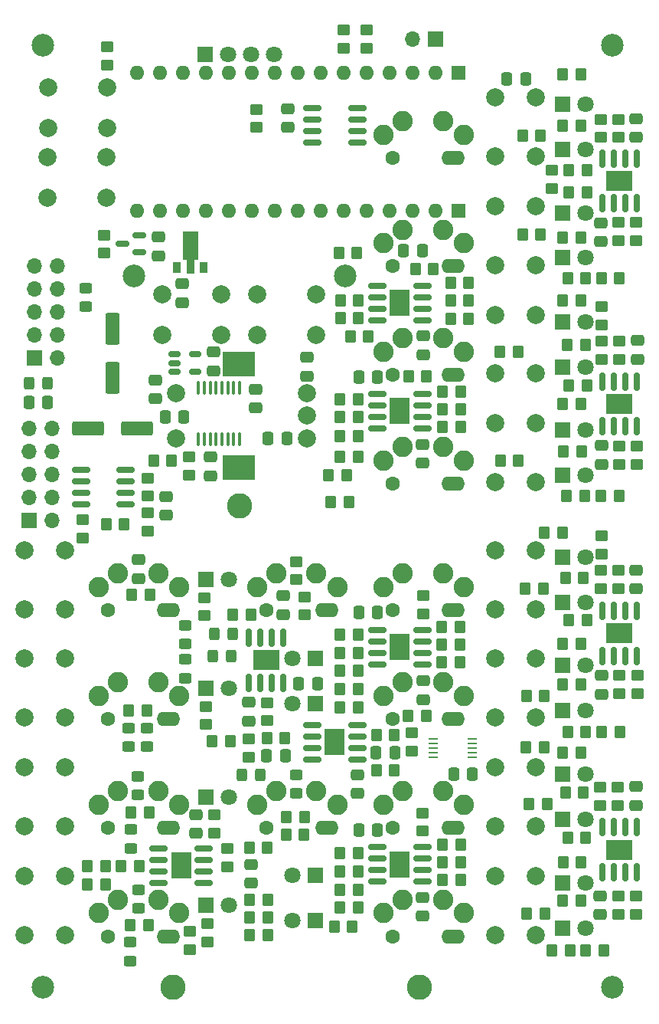
<source format=gbr>
%TF.GenerationSoftware,KiCad,Pcbnew,(6.0.1)*%
%TF.CreationDate,2022-08-04T18:13:32-07:00*%
%TF.ProjectId,main_board,6d61696e-5f62-46f6-9172-642e6b696361,2.1*%
%TF.SameCoordinates,Original*%
%TF.FileFunction,Soldermask,Bot*%
%TF.FilePolarity,Negative*%
%FSLAX46Y46*%
G04 Gerber Fmt 4.6, Leading zero omitted, Abs format (unit mm)*
G04 Created by KiCad (PCBNEW (6.0.1)) date 2022-08-04 18:13:32*
%MOMM*%
%LPD*%
G01*
G04 APERTURE LIST*
G04 Aperture macros list*
%AMRoundRect*
0 Rectangle with rounded corners*
0 $1 Rounding radius*
0 $2 $3 $4 $5 $6 $7 $8 $9 X,Y pos of 4 corners*
0 Add a 4 corners polygon primitive as box body*
4,1,4,$2,$3,$4,$5,$6,$7,$8,$9,$2,$3,0*
0 Add four circle primitives for the rounded corners*
1,1,$1+$1,$2,$3*
1,1,$1+$1,$4,$5*
1,1,$1+$1,$6,$7*
1,1,$1+$1,$8,$9*
0 Add four rect primitives between the rounded corners*
20,1,$1+$1,$2,$3,$4,$5,0*
20,1,$1+$1,$4,$5,$6,$7,0*
20,1,$1+$1,$6,$7,$8,$9,0*
20,1,$1+$1,$8,$9,$2,$3,0*%
%AMFreePoly0*
4,1,9,3.862500,-0.866500,0.737500,-0.866500,0.737500,-0.450000,-0.737500,-0.450000,-0.737500,0.450000,0.737500,0.450000,0.737500,0.866500,3.862500,0.866500,3.862500,-0.866500,3.862500,-0.866500,$1*%
G04 Aperture macros list end*
%ADD10C,2.800000*%
%ADD11R,1.800000X1.800000*%
%ADD12C,1.800000*%
%ADD13C,2.000000*%
%ADD14C,2.250000*%
%ADD15O,2.600000X1.600000*%
%ADD16C,1.600000*%
%ADD17C,2.500000*%
%ADD18R,3.600000X2.800000*%
%ADD19RoundRect,0.250000X-0.350000X-0.450000X0.350000X-0.450000X0.350000X0.450000X-0.350000X0.450000X0*%
%ADD20RoundRect,0.250000X0.450000X-0.350000X0.450000X0.350000X-0.450000X0.350000X-0.450000X-0.350000X0*%
%ADD21RoundRect,0.250000X0.350000X0.450000X-0.350000X0.450000X-0.350000X-0.450000X0.350000X-0.450000X0*%
%ADD22RoundRect,0.250000X0.475000X-0.337500X0.475000X0.337500X-0.475000X0.337500X-0.475000X-0.337500X0*%
%ADD23RoundRect,0.250000X0.450000X-0.325000X0.450000X0.325000X-0.450000X0.325000X-0.450000X-0.325000X0*%
%ADD24RoundRect,0.250000X-0.475000X0.337500X-0.475000X-0.337500X0.475000X-0.337500X0.475000X0.337500X0*%
%ADD25RoundRect,0.150000X-0.825000X-0.150000X0.825000X-0.150000X0.825000X0.150000X-0.825000X0.150000X0*%
%ADD26R,2.290000X3.000000*%
%ADD27RoundRect,0.250000X-0.450000X0.350000X-0.450000X-0.350000X0.450000X-0.350000X0.450000X0.350000X0*%
%ADD28RoundRect,0.150000X0.825000X0.150000X-0.825000X0.150000X-0.825000X-0.150000X0.825000X-0.150000X0*%
%ADD29R,1.100000X0.250000*%
%ADD30RoundRect,0.250000X0.325000X0.450000X-0.325000X0.450000X-0.325000X-0.450000X0.325000X-0.450000X0*%
%ADD31RoundRect,0.250000X-0.450000X0.325000X-0.450000X-0.325000X0.450000X-0.325000X0.450000X0.325000X0*%
%ADD32RoundRect,0.150000X-0.150000X0.825000X-0.150000X-0.825000X0.150000X-0.825000X0.150000X0.825000X0*%
%ADD33R,3.000000X2.290000*%
%ADD34RoundRect,0.250000X-0.337500X-0.475000X0.337500X-0.475000X0.337500X0.475000X-0.337500X0.475000X0*%
%ADD35RoundRect,0.250000X0.337500X0.475000X-0.337500X0.475000X-0.337500X-0.475000X0.337500X-0.475000X0*%
%ADD36R,1.700000X1.700000*%
%ADD37O,1.700000X1.700000*%
%ADD38RoundRect,0.250000X-0.550000X1.500000X-0.550000X-1.500000X0.550000X-1.500000X0.550000X1.500000X0*%
%ADD39RoundRect,0.100000X0.100000X-0.637500X0.100000X0.637500X-0.100000X0.637500X-0.100000X-0.637500X0*%
%ADD40R,1.600000X1.600000*%
%ADD41O,1.600000X1.600000*%
%ADD42RoundRect,0.150000X0.150000X-0.825000X0.150000X0.825000X-0.150000X0.825000X-0.150000X-0.825000X0*%
%ADD43RoundRect,0.250000X-0.325000X-0.450000X0.325000X-0.450000X0.325000X0.450000X-0.325000X0.450000X0*%
%ADD44RoundRect,0.150000X-0.512500X-0.150000X0.512500X-0.150000X0.512500X0.150000X-0.512500X0.150000X0*%
%ADD45R,0.900000X1.300000*%
%ADD46FreePoly0,90.000000*%
%ADD47RoundRect,0.150000X0.587500X0.150000X-0.587500X0.150000X-0.587500X-0.150000X0.587500X-0.150000X0*%
%ADD48RoundRect,0.250000X-1.500000X-0.550000X1.500000X-0.550000X1.500000X0.550000X-1.500000X0.550000X0*%
G04 APERTURE END LIST*
D10*
X75800000Y-103900000D03*
D11*
X111500000Y-88520000D03*
D12*
X114040000Y-88520000D03*
D11*
X111500000Y-138500000D03*
D12*
X114040000Y-138500000D03*
D11*
X111500000Y-121500000D03*
D12*
X114040000Y-121500000D03*
D13*
X104000000Y-139250000D03*
X104000000Y-132750000D03*
X108500000Y-139250000D03*
X108500000Y-132750000D03*
D11*
X84140000Y-125700000D03*
D12*
X81600000Y-125700000D03*
D13*
X104000000Y-151250000D03*
X104000000Y-144750000D03*
X108500000Y-144750000D03*
X108500000Y-151250000D03*
D14*
X91670000Y-148850000D03*
X100570000Y-148850000D03*
X93820000Y-147350000D03*
X98270000Y-147350000D03*
D15*
X99410000Y-151400000D03*
D16*
X92730000Y-151400000D03*
D13*
X104000000Y-58750000D03*
X104000000Y-65250000D03*
X108500000Y-65250000D03*
X108500000Y-58750000D03*
D11*
X111500000Y-100500000D03*
D12*
X114040000Y-100500000D03*
D11*
X111500000Y-59500000D03*
D12*
X114040000Y-59500000D03*
D13*
X104000000Y-127250000D03*
X104000000Y-120750000D03*
X108500000Y-127250000D03*
X108500000Y-120750000D03*
D11*
X111500000Y-145500000D03*
D12*
X114040000Y-145500000D03*
D13*
X61100000Y-62100000D03*
X54600000Y-62100000D03*
X54600000Y-57600000D03*
X61100000Y-57600000D03*
D17*
X117000000Y-53000000D03*
D11*
X111500000Y-71500000D03*
D12*
X114040000Y-71500000D03*
D14*
X91670000Y-62850000D03*
X100570000Y-62850000D03*
X93820000Y-61350000D03*
X98270000Y-61350000D03*
D15*
X99410000Y-65400000D03*
D16*
X92730000Y-65400000D03*
D13*
X104000000Y-82750000D03*
X104000000Y-89250000D03*
X108500000Y-82750000D03*
X108500000Y-89250000D03*
D14*
X77670000Y-112850000D03*
X86570000Y-112850000D03*
X79820000Y-111350000D03*
X84270000Y-111350000D03*
D15*
X85410000Y-115400000D03*
D16*
X78730000Y-115400000D03*
D13*
X61050000Y-69800000D03*
X54550000Y-69800000D03*
X54550000Y-65300000D03*
X61050000Y-65300000D03*
X52000000Y-144750000D03*
X52000000Y-151250000D03*
X56500000Y-144750000D03*
X56500000Y-151250000D03*
X68700000Y-96400000D03*
X68700000Y-91400000D03*
D18*
X75700000Y-99600000D03*
X75700000Y-88200000D03*
D13*
X83200000Y-96400000D03*
X83200000Y-91400000D03*
X83200000Y-93900000D03*
D11*
X72000000Y-112000000D03*
D12*
X74540000Y-112000000D03*
D13*
X104000000Y-108750000D03*
X104000000Y-115250000D03*
X108500000Y-108750000D03*
X108500000Y-115250000D03*
X52000000Y-108750000D03*
X52000000Y-115250000D03*
X56500000Y-115250000D03*
X56500000Y-108750000D03*
D11*
X84140000Y-144700000D03*
D12*
X81600000Y-144700000D03*
D11*
X111500000Y-64500000D03*
D12*
X114040000Y-64500000D03*
D14*
X77670000Y-136850000D03*
X86570000Y-136850000D03*
X79820000Y-135350000D03*
X84270000Y-135350000D03*
D15*
X85410000Y-139400000D03*
D16*
X78730000Y-139400000D03*
D11*
X84140000Y-120700000D03*
D12*
X81600000Y-120700000D03*
D13*
X52000000Y-132750000D03*
X52000000Y-139250000D03*
X56500000Y-139250000D03*
X56500000Y-132750000D03*
D17*
X54000000Y-53000000D03*
X64050000Y-78500000D03*
D14*
X91670000Y-112850000D03*
X100570000Y-112850000D03*
X93820000Y-111350000D03*
X98270000Y-111350000D03*
D15*
X99410000Y-115400000D03*
D16*
X92730000Y-115400000D03*
D11*
X72000000Y-136000000D03*
D12*
X74540000Y-136000000D03*
D11*
X111500000Y-133500000D03*
D12*
X114040000Y-133500000D03*
D11*
X84140000Y-149700000D03*
D12*
X81600000Y-149700000D03*
D17*
X117000000Y-157000000D03*
D11*
X72000000Y-124000000D03*
D12*
X74540000Y-124000000D03*
D14*
X60170000Y-112850000D03*
X69070000Y-112850000D03*
X62320000Y-111350000D03*
X66770000Y-111350000D03*
D15*
X67910000Y-115400000D03*
D16*
X61230000Y-115400000D03*
D11*
X111500000Y-95500000D03*
D12*
X114040000Y-95500000D03*
D14*
X60170000Y-124850000D03*
X69070000Y-124850000D03*
X62320000Y-123350000D03*
X66770000Y-123350000D03*
D15*
X67910000Y-127400000D03*
D16*
X61230000Y-127400000D03*
D14*
X60170000Y-136850000D03*
X69070000Y-136850000D03*
X62320000Y-135350000D03*
X66770000Y-135350000D03*
D15*
X67910000Y-139400000D03*
D16*
X61230000Y-139400000D03*
D14*
X91670000Y-136850000D03*
X100570000Y-136850000D03*
X93820000Y-135350000D03*
X98270000Y-135350000D03*
D15*
X99410000Y-139400000D03*
D16*
X92730000Y-139400000D03*
D17*
X54000000Y-157000000D03*
D11*
X111500000Y-150500000D03*
D12*
X114040000Y-150500000D03*
D11*
X111500000Y-126500000D03*
D12*
X114040000Y-126500000D03*
D13*
X104000000Y-94750000D03*
X104000000Y-101250000D03*
X108500000Y-94750000D03*
X108500000Y-101250000D03*
D17*
X87450000Y-78500000D03*
D11*
X111500000Y-83500000D03*
D12*
X114040000Y-83500000D03*
D11*
X111500000Y-76450000D03*
D12*
X114040000Y-76450000D03*
D14*
X91670000Y-86850000D03*
X100570000Y-86850000D03*
X93820000Y-85350000D03*
X98270000Y-85350000D03*
D15*
X99410000Y-89400000D03*
D16*
X92730000Y-89400000D03*
D13*
X104000000Y-70750000D03*
X104000000Y-77250000D03*
X108500000Y-70750000D03*
X108500000Y-77250000D03*
D14*
X91670000Y-124850000D03*
X100570000Y-124850000D03*
X93820000Y-123350000D03*
X98270000Y-123350000D03*
D15*
X99410000Y-127400000D03*
D16*
X92730000Y-127400000D03*
D14*
X91670000Y-98850000D03*
X100570000Y-98850000D03*
X93820000Y-97350000D03*
X98270000Y-97350000D03*
D15*
X99410000Y-101400000D03*
D16*
X92730000Y-101400000D03*
D11*
X111500000Y-114500000D03*
D12*
X114040000Y-114500000D03*
D14*
X60170000Y-148850000D03*
X69070000Y-148850000D03*
X62320000Y-147350000D03*
X66770000Y-147350000D03*
D15*
X67910000Y-151400000D03*
D16*
X61230000Y-151400000D03*
D11*
X71940000Y-54000000D03*
D12*
X74480000Y-54000000D03*
X77020000Y-54000000D03*
X79560000Y-54000000D03*
D13*
X52000000Y-120750000D03*
X52000000Y-127250000D03*
X56500000Y-120750000D03*
X56500000Y-127250000D03*
D14*
X91670000Y-74850000D03*
X100570000Y-74850000D03*
X93820000Y-73350000D03*
X98270000Y-73350000D03*
D15*
X99410000Y-77400000D03*
D16*
X92730000Y-77400000D03*
D11*
X111500000Y-109500000D03*
D12*
X114040000Y-109500000D03*
D11*
X72000000Y-148000000D03*
D12*
X74540000Y-148000000D03*
D13*
X77700000Y-80500000D03*
X84200000Y-80500000D03*
X77700000Y-85000000D03*
X84200000Y-85000000D03*
X73700000Y-80500000D03*
X67200000Y-80500000D03*
X67200000Y-85000000D03*
X73700000Y-85000000D03*
D19*
X104550000Y-86800000D03*
X106550000Y-86800000D03*
D20*
X110300000Y-68800000D03*
X110300000Y-66800000D03*
D19*
X98200000Y-91250000D03*
X100200000Y-91250000D03*
D21*
X113550000Y-143250000D03*
X111550000Y-143250000D03*
X88850000Y-122100000D03*
X86850000Y-122100000D03*
D22*
X83200000Y-89537500D03*
X83200000Y-87462500D03*
X80600000Y-115875000D03*
X80600000Y-113800000D03*
D21*
X88900000Y-83150000D03*
X86900000Y-83150000D03*
D19*
X66250000Y-98850000D03*
X68250000Y-98850000D03*
D21*
X114200000Y-90550000D03*
X112200000Y-90550000D03*
D23*
X63750000Y-141675000D03*
X63750000Y-139625000D03*
D19*
X98150000Y-119200000D03*
X100150000Y-119200000D03*
D24*
X69400000Y-79312500D03*
X69400000Y-81387500D03*
D25*
X91025000Y-95305000D03*
X91025000Y-94035000D03*
X91025000Y-92765000D03*
X91025000Y-91495000D03*
X95975000Y-91495000D03*
X95975000Y-92765000D03*
X95975000Y-94035000D03*
X95975000Y-95305000D03*
D26*
X93500000Y-93400000D03*
D27*
X117750000Y-97250000D03*
X117750000Y-99250000D03*
D19*
X111950000Y-102800000D03*
X113950000Y-102800000D03*
D21*
X88850000Y-144250000D03*
X86850000Y-144250000D03*
D28*
X88775000Y-59895000D03*
X88775000Y-61165000D03*
X88775000Y-62435000D03*
X88775000Y-63705000D03*
X83825000Y-63705000D03*
X83825000Y-62435000D03*
X83825000Y-61165000D03*
X83825000Y-59895000D03*
D21*
X88850000Y-96150000D03*
X86850000Y-96150000D03*
D24*
X81100000Y-59975000D03*
X81100000Y-62050000D03*
D19*
X80900000Y-140200000D03*
X82900000Y-140200000D03*
D21*
X78850000Y-141650000D03*
X76850000Y-141650000D03*
D19*
X112200000Y-69250000D03*
X114200000Y-69250000D03*
D20*
X96050000Y-115800000D03*
X96050000Y-113800000D03*
D21*
X82925000Y-138250000D03*
X80925000Y-138250000D03*
D19*
X98200000Y-145150000D03*
X100200000Y-145150000D03*
X98200000Y-93200000D03*
X100200000Y-93200000D03*
D21*
X109450000Y-130550000D03*
X107450000Y-130550000D03*
D24*
X96000000Y-147112500D03*
X96000000Y-149187500D03*
D27*
X119650000Y-146950000D03*
X119650000Y-148950000D03*
D19*
X111500000Y-56200000D03*
X113500000Y-56200000D03*
D29*
X97175000Y-131600000D03*
X97175000Y-131100000D03*
X97175000Y-130600000D03*
X97175000Y-130100000D03*
X97175000Y-129600000D03*
X101475000Y-129600000D03*
X101475000Y-130100000D03*
X101475000Y-130600000D03*
X101475000Y-131100000D03*
X101475000Y-131600000D03*
D27*
X61100000Y-53150000D03*
X61100000Y-55150000D03*
D19*
X111800000Y-111850000D03*
X113800000Y-111850000D03*
D25*
X91025000Y-145355000D03*
X91025000Y-144085000D03*
X91025000Y-142815000D03*
X91025000Y-141545000D03*
X95975000Y-141545000D03*
X95975000Y-142815000D03*
X95975000Y-144085000D03*
X95975000Y-145355000D03*
D26*
X93500000Y-143450000D03*
D19*
X98150000Y-117250000D03*
X100150000Y-117250000D03*
D21*
X113500000Y-119100000D03*
X111500000Y-119100000D03*
D19*
X112000000Y-86050000D03*
X114000000Y-86050000D03*
D21*
X114200000Y-116500000D03*
X112200000Y-116500000D03*
D30*
X78075000Y-133550000D03*
X76025000Y-133550000D03*
D24*
X64550000Y-109812500D03*
X64550000Y-111887500D03*
D19*
X111500000Y-123600000D03*
X113500000Y-123600000D03*
D21*
X88850000Y-98400000D03*
X86850000Y-98400000D03*
D20*
X96000000Y-139800000D03*
X96000000Y-137800000D03*
D19*
X63750000Y-137700000D03*
X65750000Y-137700000D03*
X99100000Y-81200000D03*
X101100000Y-81200000D03*
D20*
X115700000Y-113000000D03*
X115700000Y-111000000D03*
D24*
X67650000Y-102812500D03*
X67650000Y-104887500D03*
D21*
X88850000Y-92050000D03*
X86850000Y-92050000D03*
D28*
X71775000Y-141670000D03*
X71775000Y-142940000D03*
X71775000Y-144210000D03*
X71775000Y-145480000D03*
X66825000Y-145480000D03*
X66825000Y-144210000D03*
X66825000Y-142940000D03*
X66825000Y-141670000D03*
D26*
X69300000Y-143575000D03*
D25*
X91025000Y-121355000D03*
X91025000Y-120085000D03*
X91025000Y-118815000D03*
X91025000Y-117545000D03*
X95975000Y-117545000D03*
X95975000Y-118815000D03*
X95975000Y-120085000D03*
X95975000Y-121355000D03*
D26*
X93500000Y-119450000D03*
D31*
X64550000Y-146275000D03*
X64550000Y-148325000D03*
D21*
X117800000Y-78700000D03*
X115800000Y-78700000D03*
D32*
X115895000Y-139375000D03*
X117165000Y-139375000D03*
X118435000Y-139375000D03*
X119705000Y-139375000D03*
X119705000Y-144325000D03*
X118435000Y-144325000D03*
X117165000Y-144325000D03*
X115895000Y-144325000D03*
D33*
X117800000Y-141850000D03*
D32*
X115895000Y-90125000D03*
X117165000Y-90125000D03*
X118435000Y-90125000D03*
X119705000Y-90125000D03*
X119705000Y-95075000D03*
X118435000Y-95075000D03*
X117165000Y-95075000D03*
X115895000Y-95075000D03*
D33*
X117800000Y-92600000D03*
D22*
X88800000Y-135637500D03*
X88800000Y-133562500D03*
D24*
X72850000Y-86862500D03*
X72850000Y-88937500D03*
D19*
X98200000Y-143200000D03*
X100200000Y-143200000D03*
D28*
X88775000Y-128045000D03*
X88775000Y-129315000D03*
X88775000Y-130585000D03*
X88775000Y-131855000D03*
X83825000Y-131855000D03*
X83825000Y-130585000D03*
X83825000Y-129315000D03*
X83825000Y-128045000D03*
D26*
X86300000Y-129950000D03*
D20*
X117650000Y-113000000D03*
X117650000Y-111000000D03*
D24*
X119625000Y-110937500D03*
X119625000Y-113012500D03*
D34*
X88962500Y-115650000D03*
X91037500Y-115650000D03*
D21*
X88850000Y-94050000D03*
X86850000Y-94050000D03*
D27*
X117650000Y-146950000D03*
X117650000Y-148950000D03*
D34*
X88962500Y-139650000D03*
X91037500Y-139650000D03*
D19*
X111500000Y-92600000D03*
X113500000Y-92600000D03*
D27*
X70250000Y-150850000D03*
X70250000Y-152850000D03*
D35*
X80987500Y-96400000D03*
X78912500Y-96400000D03*
D20*
X117650000Y-63150000D03*
X117650000Y-61150000D03*
D21*
X88900000Y-81150000D03*
X86900000Y-81150000D03*
D19*
X63850000Y-113700000D03*
X65850000Y-113700000D03*
X75000000Y-115875000D03*
X77000000Y-115875000D03*
X107350000Y-113000000D03*
X109350000Y-113000000D03*
D20*
X115850000Y-109200000D03*
X115850000Y-107200000D03*
D19*
X110300000Y-153000000D03*
X112300000Y-153000000D03*
D23*
X58750000Y-81850000D03*
X58750000Y-79800000D03*
D19*
X76900000Y-149325000D03*
X78900000Y-149325000D03*
D36*
X97475000Y-52300000D03*
D37*
X94935000Y-52300000D03*
D21*
X113800000Y-135500000D03*
X111800000Y-135500000D03*
D19*
X86850000Y-126100000D03*
X88850000Y-126100000D03*
D32*
X115895000Y-65475000D03*
X117165000Y-65475000D03*
X118435000Y-65475000D03*
X119705000Y-65475000D03*
X119705000Y-70425000D03*
X118435000Y-70425000D03*
X117165000Y-70425000D03*
X115895000Y-70425000D03*
D33*
X117800000Y-67950000D03*
D21*
X87850000Y-103450000D03*
X85850000Y-103450000D03*
D23*
X82050000Y-135625000D03*
X82050000Y-133575000D03*
D19*
X98200000Y-95150000D03*
X100200000Y-95150000D03*
D27*
X65600000Y-104650000D03*
X65600000Y-106650000D03*
D20*
X74400000Y-143700000D03*
X74400000Y-141700000D03*
D34*
X78762500Y-131500000D03*
X80837500Y-131500000D03*
D23*
X65550000Y-130475000D03*
X65550000Y-128425000D03*
D27*
X60775000Y-73950000D03*
X60775000Y-75950000D03*
D24*
X70950000Y-137937500D03*
X70950000Y-140012500D03*
D21*
X88850000Y-142250000D03*
X86850000Y-142250000D03*
X87600000Y-100450000D03*
X85600000Y-100450000D03*
D38*
X61750000Y-84325000D03*
X61750000Y-89725000D03*
D21*
X60950000Y-145650000D03*
X58950000Y-145650000D03*
X113500000Y-131150000D03*
X111500000Y-131150000D03*
D20*
X70200000Y-100450000D03*
X70200000Y-98450000D03*
X77650000Y-62075000D03*
X77650000Y-60075000D03*
D31*
X63650000Y-152075000D03*
X63650000Y-154125000D03*
D21*
X92900000Y-129200000D03*
X90900000Y-129200000D03*
D24*
X96050000Y-85062500D03*
X96050000Y-87137500D03*
D21*
X88850000Y-146250000D03*
X86850000Y-146250000D03*
D19*
X98150000Y-121150000D03*
X100150000Y-121150000D03*
D25*
X91025000Y-83355000D03*
X91025000Y-82085000D03*
X91025000Y-80815000D03*
X91025000Y-79545000D03*
X95975000Y-79545000D03*
X95975000Y-80815000D03*
X95975000Y-82085000D03*
X95975000Y-83355000D03*
D26*
X93500000Y-81450000D03*
D24*
X119750000Y-85587500D03*
X119750000Y-87662500D03*
D39*
X75775000Y-96512500D03*
X75125000Y-96512500D03*
X74475000Y-96512500D03*
X73825000Y-96512500D03*
X73175000Y-96512500D03*
X72525000Y-96512500D03*
X71875000Y-96512500D03*
X71225000Y-96512500D03*
X71225000Y-90787500D03*
X71875000Y-90787500D03*
X72525000Y-90787500D03*
X73175000Y-90787500D03*
X73825000Y-90787500D03*
X74475000Y-90787500D03*
X75125000Y-90787500D03*
X75775000Y-90787500D03*
D19*
X112050000Y-128800000D03*
X114050000Y-128800000D03*
X72750000Y-129875000D03*
X74750000Y-129875000D03*
D24*
X119650000Y-61087500D03*
X119650000Y-63162500D03*
D27*
X78800000Y-125600000D03*
X78800000Y-127600000D03*
D19*
X99100000Y-79200000D03*
X101100000Y-79200000D03*
X76875000Y-147375000D03*
X78875000Y-147375000D03*
D40*
X100000000Y-56060000D03*
D41*
X97460000Y-56060000D03*
X94920000Y-56060000D03*
X92380000Y-56060000D03*
X89840000Y-56060000D03*
X87300000Y-56060000D03*
X84760000Y-56060000D03*
X82220000Y-56060000D03*
X79680000Y-56060000D03*
X77140000Y-56060000D03*
X74600000Y-56060000D03*
X72060000Y-56060000D03*
X69520000Y-56060000D03*
X66980000Y-56060000D03*
X64440000Y-56060000D03*
D19*
X86250000Y-150350000D03*
X88250000Y-150350000D03*
D35*
X95987500Y-75700000D03*
X93912500Y-75700000D03*
D24*
X115675000Y-146937500D03*
X115675000Y-149012500D03*
D21*
X90000000Y-85150000D03*
X88000000Y-85150000D03*
D42*
X80605000Y-123375000D03*
X79335000Y-123375000D03*
X78065000Y-123375000D03*
X76795000Y-123375000D03*
X76795000Y-118425000D03*
X78065000Y-118425000D03*
X79335000Y-118425000D03*
X80605000Y-118425000D03*
D33*
X78700000Y-120900000D03*
D36*
X53100000Y-87500000D03*
D37*
X55640000Y-87500000D03*
X53100000Y-84960000D03*
X55640000Y-84960000D03*
X53100000Y-82420000D03*
X55640000Y-82420000D03*
X53100000Y-79880000D03*
X55640000Y-79880000D03*
X53100000Y-77340000D03*
X55640000Y-77340000D03*
D20*
X115850000Y-83850000D03*
X115850000Y-81850000D03*
D35*
X69612500Y-94075000D03*
X67537500Y-94075000D03*
D27*
X119700000Y-97250000D03*
X119700000Y-99250000D03*
D20*
X72000000Y-128000000D03*
X72000000Y-126000000D03*
D27*
X117800000Y-122600000D03*
X117800000Y-124600000D03*
D34*
X88962500Y-89600000D03*
X91037500Y-89600000D03*
D24*
X96050000Y-123162500D03*
X96050000Y-125237500D03*
D21*
X80800000Y-129500000D03*
X78800000Y-129500000D03*
X113500000Y-61900000D03*
X111500000Y-61900000D03*
D40*
X100000000Y-71300000D03*
D41*
X97460000Y-71300000D03*
X94920000Y-71300000D03*
X92380000Y-71300000D03*
X89840000Y-71300000D03*
X87300000Y-71300000D03*
X84760000Y-71300000D03*
X82220000Y-71300000D03*
X79680000Y-71300000D03*
X77140000Y-71300000D03*
X74600000Y-71300000D03*
X72060000Y-71300000D03*
X69520000Y-71300000D03*
X66980000Y-71300000D03*
X64440000Y-71300000D03*
D24*
X66800000Y-74150000D03*
X66800000Y-76225000D03*
D23*
X69750000Y-119125000D03*
X69750000Y-117075000D03*
D22*
X76800000Y-127637500D03*
X76800000Y-125562500D03*
D21*
X88850000Y-148250000D03*
X86850000Y-148250000D03*
D19*
X76875000Y-151275000D03*
X78875000Y-151275000D03*
D27*
X119600000Y-72550000D03*
X119600000Y-74550000D03*
D34*
X82312500Y-123525000D03*
X84387500Y-123525000D03*
D27*
X119750000Y-122600000D03*
X119750000Y-124600000D03*
D21*
X113600000Y-97850000D03*
X111600000Y-97850000D03*
D20*
X65600000Y-102800000D03*
X65600000Y-100800000D03*
D27*
X58425000Y-105425000D03*
X58425000Y-107425000D03*
D19*
X61000000Y-105925000D03*
X63000000Y-105925000D03*
D31*
X63450000Y-128425000D03*
X63450000Y-130475000D03*
D19*
X112050000Y-78700000D03*
X114050000Y-78700000D03*
D22*
X77000000Y-145537500D03*
X77000000Y-143462500D03*
D19*
X111500000Y-147450000D03*
X113500000Y-147450000D03*
D21*
X117850000Y-128800000D03*
X115850000Y-128800000D03*
D19*
X62675000Y-143675000D03*
X64675000Y-143675000D03*
D36*
X52500000Y-105500000D03*
D37*
X55040000Y-105500000D03*
X52500000Y-102960000D03*
X55040000Y-102960000D03*
X52500000Y-100420000D03*
X55040000Y-100420000D03*
X52500000Y-97880000D03*
X55040000Y-97880000D03*
X52500000Y-95340000D03*
X55040000Y-95340000D03*
D24*
X119600000Y-134862500D03*
X119600000Y-136937500D03*
D21*
X96450000Y-89550000D03*
X94450000Y-89550000D03*
D34*
X105312500Y-56700000D03*
X107387500Y-56700000D03*
D27*
X87275000Y-51300000D03*
X87275000Y-53300000D03*
D35*
X101512500Y-133500000D03*
X99437500Y-133500000D03*
D24*
X96000000Y-97062500D03*
X96000000Y-99137500D03*
D21*
X88750000Y-75900000D03*
X86750000Y-75900000D03*
D30*
X75000000Y-118025000D03*
X72950000Y-118025000D03*
D21*
X114200000Y-66800000D03*
X112200000Y-66800000D03*
D19*
X90900000Y-133100000D03*
X92900000Y-133100000D03*
D43*
X72775000Y-120450000D03*
X74825000Y-120450000D03*
D27*
X82050000Y-110025000D03*
X82050000Y-112025000D03*
D20*
X72950000Y-139975000D03*
X72950000Y-137975000D03*
D21*
X101100000Y-83200000D03*
X99100000Y-83200000D03*
D20*
X94800000Y-130950000D03*
X94800000Y-128950000D03*
D43*
X52475000Y-90350000D03*
X54525000Y-90350000D03*
D21*
X117750000Y-102800000D03*
X115750000Y-102800000D03*
X88850000Y-120100000D03*
X86850000Y-120100000D03*
D19*
X58925000Y-143675000D03*
X60925000Y-143675000D03*
D32*
X115895000Y-115475000D03*
X117165000Y-115475000D03*
X118435000Y-115475000D03*
X119705000Y-115475000D03*
X119705000Y-120425000D03*
X118435000Y-120425000D03*
X117165000Y-120425000D03*
X115895000Y-120425000D03*
D33*
X117800000Y-117950000D03*
D21*
X97200000Y-77700000D03*
X95200000Y-77700000D03*
D23*
X69750000Y-122875000D03*
X69750000Y-120825000D03*
D24*
X77500000Y-90962500D03*
X77500000Y-93037500D03*
D19*
X112050000Y-140550000D03*
X114050000Y-140550000D03*
D25*
X58225000Y-103655000D03*
X58225000Y-102385000D03*
X58225000Y-101115000D03*
X58225000Y-99845000D03*
X63175000Y-99845000D03*
X63175000Y-101115000D03*
X63175000Y-102385000D03*
X63175000Y-103655000D03*
D19*
X63500000Y-126500000D03*
X65500000Y-126500000D03*
D44*
X68587500Y-89025000D03*
X68587500Y-88075000D03*
X68587500Y-87125000D03*
X70862500Y-87125000D03*
X70862500Y-89025000D03*
D21*
X88850000Y-118100000D03*
X86850000Y-118100000D03*
X113500000Y-74200000D03*
X111500000Y-74200000D03*
D19*
X63650000Y-150150000D03*
X65650000Y-150150000D03*
D21*
X88850000Y-124100000D03*
X86850000Y-124100000D03*
D24*
X115800000Y-97212500D03*
X115800000Y-99287500D03*
D19*
X107550000Y-148900000D03*
X109550000Y-148900000D03*
X107500000Y-124850000D03*
X109500000Y-124850000D03*
D20*
X71900000Y-116000000D03*
X71900000Y-114000000D03*
X117800000Y-87650000D03*
X117800000Y-85650000D03*
D19*
X107050000Y-63000000D03*
X109050000Y-63000000D03*
D10*
X68400000Y-157000000D03*
D24*
X115850000Y-122612500D03*
X115850000Y-124687500D03*
D45*
X71825000Y-77500000D03*
D46*
X70325000Y-77412500D03*
D45*
X68825000Y-77500000D03*
D21*
X111500000Y-106800000D03*
X109500000Y-106800000D03*
D20*
X83000000Y-115900000D03*
X83000000Y-113900000D03*
D34*
X52462500Y-92450000D03*
X54537500Y-92450000D03*
D21*
X116050000Y-153000000D03*
X114050000Y-153000000D03*
D19*
X104600000Y-98850000D03*
X106600000Y-98850000D03*
D20*
X115850000Y-87650000D03*
X115850000Y-85650000D03*
X115650000Y-136950000D03*
X115650000Y-134950000D03*
D19*
X111500000Y-81200000D03*
X113500000Y-81200000D03*
X94400000Y-127075000D03*
X96400000Y-127075000D03*
D20*
X115700000Y-63150000D03*
X115700000Y-61150000D03*
D24*
X115700000Y-72612500D03*
X115700000Y-74687500D03*
D20*
X72175000Y-152000000D03*
X72175000Y-150000000D03*
D19*
X98200000Y-141250000D03*
X100200000Y-141250000D03*
X107800000Y-136800000D03*
X109800000Y-136800000D03*
D34*
X90862500Y-131150000D03*
X92937500Y-131150000D03*
D24*
X72550000Y-98462500D03*
X72550000Y-100537500D03*
D47*
X64687500Y-73950000D03*
X64687500Y-75850000D03*
X62812500Y-74900000D03*
D19*
X107050000Y-73850000D03*
X109050000Y-73850000D03*
D23*
X64500000Y-135775000D03*
X64500000Y-133725000D03*
D20*
X117600000Y-136950000D03*
X117600000Y-134950000D03*
X76750000Y-131600000D03*
X76750000Y-129600000D03*
D48*
X59000000Y-95350000D03*
X64400000Y-95350000D03*
D27*
X89850000Y-51275000D03*
X89850000Y-53275000D03*
X117650000Y-72550000D03*
X117650000Y-74550000D03*
D24*
X66425000Y-89962500D03*
X66425000Y-92037500D03*
D10*
X95700000Y-157000000D03*
M02*

</source>
